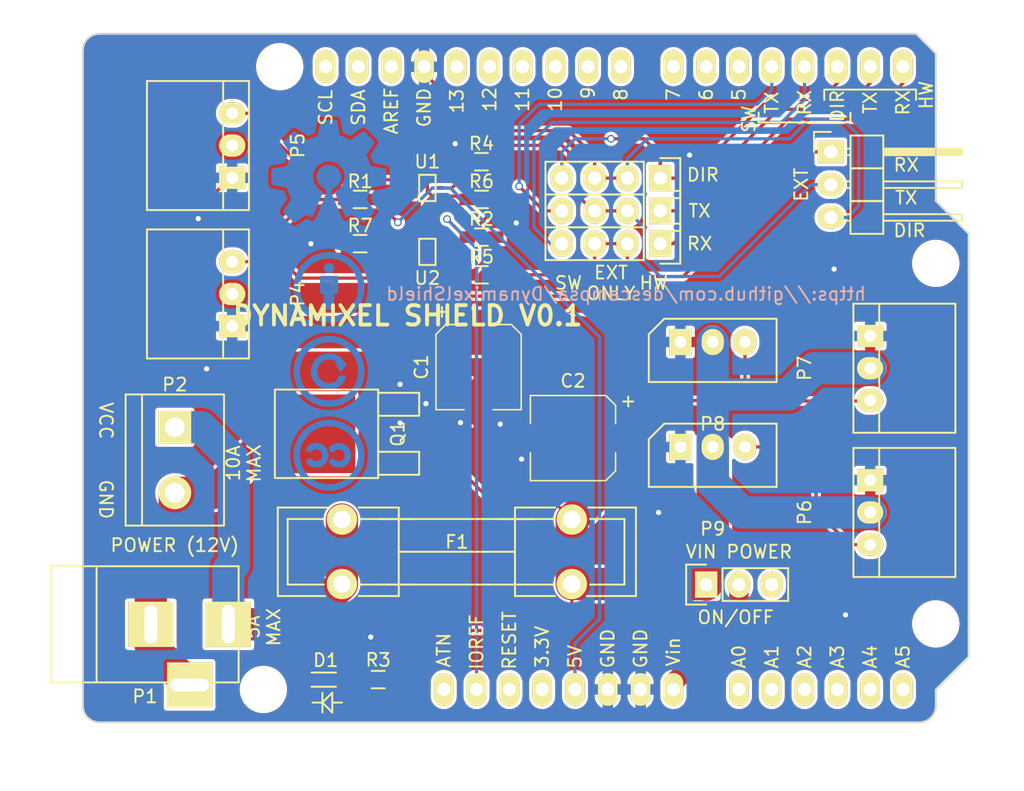
<source format=kicad_pcb>
(kicad_pcb (version 20221018) (generator pcbnew)
  (layers (0 "F.Cu" signal) (31 "B.Cu" signal) (34 "B.Paste" user) (35 "F.Paste" user) (36 "B.SilkS" user "B.Silkscreen") (37 "F.SilkS" user "F.Silkscreen") (38 "B.Mask" user) (39 "F.Mask" user) (44 "Edge.Cuts" user))
  (net 0 "")
  (net 1 "/ARDUINO_DIRECTION_PORT")
  (net 2 "/DIRECTION_PORT")
  (net 3 "/HW_TXD")
  (net 4 "/TXD")
  (net 5 "/SW_TXD")
  (net 6 "/HW_RXD")
  (net 7 "/RXD")
  (net 8 "/SW_RXD")
  (net 9 "+12V")
  (net 10 "/VIN")
  (net 11 "GND")
  (net 12 "/IOREF")
  (net 13 "/DATA")
  (net 14 "+5V")
  (net 15 "+3V3")
  (net 16 "Net-(SHIELD1-PadRST)")
  (net 17 "Net-(SHIELD1-Pad5)")
  (net 18 "Net-(SHIELD1-Pad8)")
  (net 19 "Net-(SHIELD1-Pad9)")
  (net 20 "Net-(SHIELD1-Pad10)")
  (net 21 "Net-(SHIELD1-Pad11)")
  (net 22 "Net-(SHIELD1-Pad12)")
  (net 23 "Net-(SHIELD1-Pad13)")
  (net 24 "Net-(SHIELD1-PadAREF)")
  (net 25 "Net-(JP4-Pad3)")
  (net 26 "Net-(SHIELD1-PadATN)")
  (net 27 "Net-(SHIELD1-PadA1)")
  (net 28 "Net-(SHIELD1-PadA2)")
  (net 29 "Net-(SHIELD1-PadA3)")
  (net 30 "Net-(SHIELD1-PadA4)")
  (net 31 "Net-(SHIELD1-PadA5)")
  (net 32 "Net-(SHIELD1-PadSDA)")
  (net 33 "Net-(SHIELD1-PadSCL)")
  (net 34 "Net-(SHIELD1-Pad7)")
  (net 35 "Net-(SHIELD1-PadA0)")
  (net 36 "Net-(SHIELD1-Pad6)")
  (net 37 "Net-(F1-Pad1)")
  (net 38 "Net-(P1-Pad2)")
  (net 39 "Net-(D1-Pad2)")
  (net 40 "Net-(R2-Pad2)")
  (footprint "Pin_Headers:Pin_Header_Straight_1x04" (layer "F.Cu") (at 104.648 65.024 -90)
    (fp_text reference "JP1" hide)
    (fp_text value "JUMPER4")
  )
  (footprint "Pin_Headers:Pin_Header_Straight_1x04" (layer "F.Cu") (at 104.648 67.564 -90)
    (fp_text reference "JP2" hide)
    (fp_text value "JUMPER4")
  )
  (footprint "Pin_Headers:Pin_Header_Straight_1x04" (layer "F.Cu") (at 104.648 70.104 -90)
    (fp_text reference "JP3" hide)
    (fp_text value "JUMPER4")
  )
  (footprint "Pin_Headers:Pin_Header_Straight_1x03" (layer "F.Cu") (at 108.204 96.52 90)
    (fp_text reference "JP4" hide)
    (fp_text value "JUMPER3")
  )
  (footprint "Connect:bornier2" (layer "F.Cu") (at 67.056 86.868 -90)
    (fp_text reference "P2")
    (fp_text value "CONN_01X02")
  )
  (footprint "Pin_Headers:Pin_Header_Angled_1x03" (layer "F.Cu") (at 117.856 62.992)
    (fp_text reference "P3" hide)
    (fp_text value "CONN_01X03")
  )
  (footprint "molex:Molex_spox_1x3_right" (layer "F.Cu") (at 71.5 74 90)
    (fp_text reference "P4")
    (fp_text value "CONN_01X03")
  )
  (footprint "molex:Molex_spox_1x3_right" (layer "F.Cu") (at 71.5 62.5 90)
    (fp_text reference "P5")
    (fp_text value "CONN_01X03")
  )
  (footprint "molex:Molex_spox_1x3_right" (layer "F.Cu") (at 120.904 90.932 -90)
    (fp_text reference "P6")
    (fp_text value "CONN_01X03")
  )
  (footprint "molex:Molex_spox_1x3_straight" (layer "F.Cu") (at 108.712 77.724)
    (fp_text reference "P8")
    (fp_text value "CONN_01X03")
  )
  (footprint "molex:Molex_spox_1x3_straight" (layer "F.Cu") (at 108.712 85.852)
    (fp_text reference "P9")
    (fp_text value "CONN_01X03")
  )
  (footprint "TO_SOT_Packages_SMD:TO-252-2Lead" (layer "F.Cu") (at 84.328 84.836 90)
    (fp_text reference "Q1")
    (fp_text value "MOSFET_N")
  )
  (footprint "Resistors_SMD:R_0603_HandSoldering" (layer "F.Cu") (at 81.407 66.675 180)
    (fp_text reference "R1")
    (fp_text value "10K")
  )
  (footprint "Resistors_SMD:R_0603_HandSoldering" (layer "F.Cu") (at 90.805 69.596)
    (fp_text reference "R2")
    (fp_text value "10K")
  )
  (footprint "TO_SOT_Packages_SMD:SOT-353" (layer "F.Cu") (at 86.614 65.786 180)
    (fp_text reference "U1")
    (fp_text value "74AHCT1G126" hide)
  )
  (footprint "TO_SOT_Packages_SMD:SOT-353" (layer "F.Cu") (at 86.614 70.739)
    (fp_text reference "U2")
    (fp_text value "74AHC1G125" hide)
  )
  (footprint "Connect:BARREL_JACK" (layer "F.Cu") (at 65 99.6)
    (fp_text reference "P1")
    (fp_text value "BARREL_JACK")
  )
  (footprint "molex:Molex_spox_1x3_right" (layer "F.Cu") (at 120.904 79.756 -90)
    (fp_text reference "P7")
    (fp_text value "CONN_01X03")
  )
  (footprint "fuse:Fuseholder5x20_horiz_lateral" (layer "F.Cu") (at 88.9 93.98)
    (fp_text reference "F1")
    (fp_text value "F_Small")
  )
  (footprint "LEDs:LED_0603" (layer "F.Cu") (at 78.74 103.886)
    (fp_text reference "D1")
    (fp_text value "LED")
  )
  (footprint "Resistors_SMD:R_0603_HandSoldering" (layer "F.Cu") (at 82.804 103.886 180)
    (fp_text reference "R3")
    (fp_text value "10K")
  )
  (footprint "arduino:Arduino_shield_dynamixel" (layer "F.Cu") (at 59.944 107.188)
    (fp_text reference "SHIELD1" hide)
    (fp_text value "ARDUINO_SHIELD")
    (fp_line (start 0 -1.27) (end 0 -52.07) (stroke (width 0.15)) (layer "Edge.Cuts"))
    (fp_line (start 1.27 -53.34) (end 64.516 -53.34) (stroke (width 0.15)) (layer "Edge.Cuts"))
    (fp_line (start 64.77 0) (end 1.27 0) (stroke (width 0.15)) (layer "Edge.Cuts"))
    (fp_line (start 66.04 -51.816) (end 64.516 -53.34) (stroke (width 0.15)) (layer "Edge.Cuts"))
    (fp_line (start 66.04 -40.386) (end 66.04 -51.816) (stroke (width 0.15)) (layer "Edge.Cuts"))
    (fp_line (start 66.04 -2.54) (end 68.58 -5.08) (stroke (width 0.15)) (layer "Edge.Cuts"))
    (fp_line (start 66.04 -1.27) (end 66.04 -2.54) (stroke (width 0.15)) (layer "Edge.Cuts"))
    (fp_line (start 68.58 -37.846) (end 66.04 -40.386) (stroke (width 0.15)) (layer "Edge.Cuts"))
    (fp_line (start 68.58 -5.08) (end 68.58 -37.846) (stroke (width 0.15)) (layer "Edge.Cuts"))
    (fp_arc (start 0 -52.07) (mid 0.371974 -52.968026) (end 1.27 -53.34) (stroke (width 0.15)) (layer "Edge.Cuts"))
    (fp_arc (start 1.27 0) (mid 0.371974 -0.371974) (end 0 -1.27) (stroke (width 0.15)) (layer "Edge.Cuts"))
    (fp_arc (start 66.04 -1.27) (mid 65.668026 -0.371974) (end 64.77 0) (stroke (width 0.15)) (layer "Edge.Cuts"))
  )
  (footprint "Resistors_SMD:R_0603_HandSoldering" (layer "F.Cu") (at 90.805 63.754 180)
    (fp_text reference "R4")
    (fp_text value "10K")
  )
  (footprint "Resistors_SMD:R_0603_HandSoldering" (layer "F.Cu") (at 90.805 72.517)
    (fp_text reference "R5")
    (fp_text value "200")
  )
  (footprint "Resistors_SMD:R_0603_HandSoldering" (layer "F.Cu") (at 90.805 66.675 180)
    (fp_text reference "R6")
    (fp_text value "10K")
  )
  (footprint "Resistors_SMD:R_0603_HandSoldering" (layer "F.Cu") (at 81.407 70.104 180)
    (fp_text reference "R7")
    (fp_text value "10K")
  )
  (footprint "Capacitors_SMD:CP_Elec_6.3x7.7" (layer "F.Cu") (at 90.58 79.67 -90)
    (fp_text reference "C1")
    (fp_text value "220uF")
  )
  (footprint "Capacitors_SMD:CP_Elec_6.3x7.7" (layer "F.Cu") (at 97.89 85.17 180)
    (fp_text reference "C2")
    (fp_text value "220uF")
  )
  (footprint "Symbols:OSHW-Symbol_8.9x8mm_Copper" (layer "B.Cu") (at 79 64.516 180)
    (fp_text reference "REF***" hide)
    (fp_text value "OSHW-Symbol_8.9x8mm_Copper" hide)
  )
  (footprint "CreativeCommon:CreativeCommonCopperSmall" (layer "B.Cu") (at 79 86.5 180)
    (fp_text reference "REF**" hide)
    (fp_text value "CreativeCommonCopper" hide)
  )
  (footprint "CreativeCommon:CreativeCommonAttributionCopperSmall" (layer "B.Cu") (at 79 73.5 180)
    (fp_text reference "REF**" hide)
    (fp_text value "CreativeCommonAttributionCopperSmall" hide)
  )
  (footprint "CreativeCommon:CreativeCommonShareAlikeCopperSmall" (layer "B.Cu") (at 79 80 180)
    (fp_text reference "REF**" hide)
    (fp_text value "CreativeCommonShareAlikeCopperSmall" hide)
  )
  (gr_text "https://github.com/descampsa/DynamixelShield" (at 102 74) (layer "B.SilkS") (effects (font (size 1 1)) (justify mirror)))
  (gr_text "POWER (12V)" (at 67.056 93.472) (layer "F.SilkS") (effects (font (size 1 1))))
  (gr_text "VIN POWER" (at 110.744 93.98) (layer "F.SilkS") (effects (font (size 1 1))))
  (gr_text "10A\nMAX" (at 72.39 87.122 90) (layer "F.SilkS") (effects (font (size 1 1))))
  (gr_text "RX" (at 123.698 64.008) (layer "F.SilkS") (effects (font (size 1 1))))
  (gr_text "ON/OFF" (at 110.49 99.06) (layer "F.SilkS") (effects (font (size 1 1))))
  (gr_text "SW" (at 97.536 73.152) (layer "F.SilkS") (effects (font (size 1 1))))
  (gr_text "GND" (at 61.722 89.916 270) (layer "F.SilkS") (effects (font (size 1 1))))
  (gr_text "5A\nMAX" (at 73.914 99.822 90) (layer "F.SilkS") (effects (font (size 1 1))))
  (gr_text "DIR" (at 123.952 69.088) (layer "F.SilkS") (effects (font (size 1 1))))
  (gr_text "VCC" (at 61.722 83.82 270) (layer "F.SilkS") (effects (font (size 1 1))))
  (gr_text "EXT" (at 115.57 65.532 90) (layer "F.SilkS") (effects (font (size 1 1))))
  (gr_text "TX" (at 107.696 67.564) (layer "F.SilkS") (effects (font (size 1 1))))
  (gr_text "TX" (at 123.698 66.548) (layer "F.SilkS") (effects (font (size 1 1))))
  (gr_text "DIR" (at 107.95 64.77) (layer "F.SilkS") (effects (font (size 1 1))))
  (gr_text "DYNAMIXEL SHIELD V0.1" (at 85.09 75.692) (layer "F.SilkS") (effects (font (size 1.5 1.5) (thickness 0.3))))
  (gr_text "EXT\nONLY" (at 100.838 73.152) (layer "F.SilkS") (effects (font (size 1 1))))
  (gr_text "HW" (at 104.14 73.152) (layer "F.SilkS") (effects (font (size 1 1))))
  (gr_text "RX" (at 107.696 70.104) (layer "F.SilkS") (effects (font (size 1 1))))
  (segment (start 100.838 61.976) (end 103.378 61.976) (width 0.25) (layer "F.Cu") (net 1))
  (segment (start 103.378 61.976) (end 104.648 63.246) (width 0.25) (layer "F.Cu") (net 1))
  (segment (start 104.648 63.246) (end 104.648 65.024) (width 0.25) (layer "F.Cu") (net 1))
  (segment (start 104.648 63.246) (end 104.648 65.024) (width 0.25) (layer "F.Cu") (net 1))
  (segment (start 118.364 57.658) (end 117.094 58.928) (width 0.25) (layer "F.Cu") (net 1))
  (segment (start 117.094 58.928) (end 113.03 58.928) (width 0.25) (layer "F.Cu") (net 1))
  (segment (start 113.03 58.928) (end 106.934 65.024) (width 0.25) (layer "F.Cu") (net 1))
  (segment (start 106.934 65.024) (end 104.648 65.024) (width 0.25) (layer "F.Cu") (net 1))
  (segment (start 118.364 56.388) (end 118.364 57.658) (width 0.25) (layer "F.Cu") (net 1))
  (via (at 100.838 61.976) (size 0.6) (drill 0.4) (layers "F.Cu" "B.Cu") (net 1))
  (segment (start 97.028 62.992) (end 98.044 61.976) (width 0.25) (layer "B.Cu") (net 1))
  (segment (start 98.044 61.976) (end 100.838 61.976) (width 0.25) (layer "B.Cu") (net 1))
  (segment (start 97.028 65.024) (end 97.028 62.992) (width 0.25) (layer "B.Cu") (net 1))
  (segment (start 86.995 66.421) (end 86.487 66.929) (width 0.25) (layer "F.Cu") (net 2))
  (segment (start 86.487 66.929) (end 86.487 69.723) (width 0.25) (layer "F.Cu") (net 2))
  (segment (start 86.487 69.723) (end 86.106 70.104) (width 0.25) (layer "F.Cu") (net 2))
  (segment (start 86.106 70.104) (end 85.979 70.104) (width 0.25) (layer "F.Cu") (net 2))
  (segment (start 85.979 70.104) (end 85.598 70.104) (width 0.25) (layer "F.Cu") (net 2))
  (segment (start 99.568 63.373) (end 97.536 61.341) (width 0.25) (layer "F.Cu") (net 2))
  (segment (start 97.536 61.341) (end 88.392 61.341) (width 0.25) (layer "F.Cu") (net 2))
  (segment (start 88.392 61.341) (end 86.614 63.119) (width 0.25) (layer "F.Cu") (net 2))
  (segment (start 86.614 63.119) (end 86.614 66.04) (width 0.25) (layer "F.Cu") (net 2))
  (segment (start 86.614 66.04) (end 86.995 66.421) (width 0.25) (layer "F.Cu") (net 2))
  (segment (start 86.995 66.421) (end 87.63 66.421) (width 0.25) (layer "F.Cu") (net 2))
  (segment (start 89.154 66.675) (end 88.9 66.421) (width 0.25) (layer "F.Cu") (net 2))
  (segment (start 88.9 66.421) (end 87.63 66.421) (width 0.25) (layer "F.Cu") (net 2))
  (segment (start 89.705 66.675) (end 89.154 66.675) (width 0.25) (layer "F.Cu") (net 2))
  (segment (start 99.568 65.024) (end 102.108 65.024) (width 0.25) (layer "F.Cu") (net 2))
  (segment (start 87.63 66.421) (end 86.995 66.421) (width 0.25) (layer "F.Cu") (net 2))
  (segment (start 85.598 70.104) (end 82.507 70.104) (width 0.25) (layer "F.Cu") (net 2))
  (segment (start 99.568 65.024) (end 99.568 63.373) (width 0.25) (layer "F.Cu") (net 2))
  (segment (start 119.126 68.072) (end 120.015 67.183) (width 0.25) (layer "B.Cu") (net 2))
  (segment (start 120.015 67.183) (end 120.015 61.722) (width 0.25) (layer "B.Cu") (net 2))
  (segment (start 120.015 61.722) (end 118.745 60.452) (width 0.25) (layer "B.Cu") (net 2))
  (segment (start 118.745 60.452) (end 116.205 60.452) (width 0.25) (layer "B.Cu") (net 2))
  (segment (start 116.205 60.452) (end 114.681 61.976) (width 0.25) (layer "B.Cu") (net 2))
  (segment (start 114.681 61.976) (end 103.632 61.976) (width 0.25) (layer "B.Cu") (net 2))
  (segment (start 103.632 61.976) (end 102.108 63.5) (width 0.25) (layer "B.Cu") (net 2))
  (segment (start 102.108 63.5) (end 102.108 65.024) (width 0.25) (layer "B.Cu") (net 2))
  (segment (start 117.856 68.072) (end 119.126 68.072) (width 0.25) (layer "B.Cu") (net 2))
  (segment (start 102.108 65.024) (end 102.108 64.516) (width 0.25) (layer "B.Cu") (net 2))
  (segment (start 120.904 57.658) (end 118.872 59.69) (width 0.25) (layer "F.Cu") (net 3))
  (segment (start 118.872 59.69) (end 113.792 59.69) (width 0.25) (layer "F.Cu") (net 3))
  (segment (start 113.792 59.69) (end 105.918 67.564) (width 0.25) (layer "F.Cu") (net 3))
  (segment (start 105.918 67.564) (end 104.648 67.564) (width 0.25) (layer "F.Cu") (net 3))
  (segment (start 120.904 56.388) (end 120.904 57.658) (width 0.25) (layer "F.Cu") (net 3))
  (segment (start 88.519 65.786) (end 89.705 64.6) (width 0.25) (layer "F.Cu") (net 4))
  (segment (start 89.705 64.6) (end 89.705 63.754) (width 0.25) (layer "F.Cu") (net 4))
  (segment (start 99.441 67.564) (end 98.298 66.421) (width 0.25) (layer "F.Cu") (net 4))
  (segment (start 98.298 66.421) (end 98.298 63.754) (width 0.25) (layer "F.Cu") (net 4))
  (segment (start 98.298 63.754) (end 97.028 62.484) (width 0.25) (layer "F.Cu") (net 4))
  (segment (start 97.028 62.484) (end 90.297 62.484) (width 0.25) (layer "F.Cu") (net 4))
  (segment (start 90.297 62.484) (end 89.705 63.076) (width 0.25) (layer "F.Cu") (net 4))
  (segment (start 89.705 63.076) (end 89.705 63.754) (width 0.25) (layer "F.Cu") (net 4))
  (segment (start 99.568 67.564) (end 102.108 67.564) (width 0.25) (layer "F.Cu") (net 4))
  (segment (start 99.568 67.564) (end 99.441 67.564) (width 0.25) (layer "F.Cu") (net 4))
  (segment (start 87.63 65.786) (end 88.519 65.786) (width 0.25) (layer "F.Cu") (net 4))
  (segment (start 116.332 65.532) (end 109.22 72.644) (width 0.25) (layer "B.Cu") (net 4))
  (segment (start 109.22 72.644) (end 104.648 72.644) (width 0.25) (layer "B.Cu") (net 4))
  (segment (start 104.648 72.644) (end 103.378 71.374) (width 0.25) (layer "B.Cu") (net 4))
  (segment (start 103.378 71.374) (end 103.378 68.834) (width 0.25) (layer "B.Cu") (net 4))
  (segment (start 103.378 68.834) (end 102.108 67.564) (width 0.25) (layer "B.Cu") (net 4))
  (segment (start 117.856 65.532) (end 116.332 65.532) (width 0.25) (layer "B.Cu") (net 4))
  (segment (start 102.108 67.564) (end 102.108 67.818) (width 0.25) (layer "B.Cu") (net 4))
  (segment (start 95.631 67.564) (end 93.726 65.659) (width 0.25) (layer "F.Cu") (net 5))
  (segment (start 97.028 67.564) (end 95.631 67.564) (width 0.25) (layer "F.Cu") (net 5))
  (via (at 93.726 65.659) (size 0.6) (drill 0.4) (layers "F.Cu" "B.Cu") (net 5))
  (segment (start 93.726 65.659) (end 93.726 60.833) (width 0.25) (layer "B.Cu") (net 5))
  (segment (start 93.726 60.833) (end 95.25 59.309) (width 0.25) (layer "B.Cu") (net 5))
  (segment (start 95.25 59.309) (end 112.141 59.309) (width 0.25) (layer "B.Cu") (net 5))
  (segment (start 112.141 59.309) (end 113.284 58.166) (width 0.25) (layer "B.Cu") (net 5))
  (segment (start 113.284 58.166) (end 113.284 56.388) (width 0.25) (layer "B.Cu") (net 5))
  (segment (start 123.444 57.658) (end 120.65 60.452) (width 0.25) (layer "F.Cu") (net 6))
  (segment (start 120.65 60.452) (end 114.554 60.452) (width 0.25) (layer "F.Cu") (net 6))
  (segment (start 114.554 60.452) (end 106.426 68.58) (width 0.25) (layer "F.Cu") (net 6))
  (segment (start 106.426 68.58) (end 106.426 69.342) (width 0.25) (layer "F.Cu") (net 6))
  (segment (start 106.426 69.342) (end 105.664 70.104) (width 0.25) (layer "F.Cu") (net 6))
  (segment (start 105.664 70.104) (end 104.648 70.104) (width 0.25) (layer "F.Cu") (net 6))
  (segment (start 123.444 56.388) (end 123.444 57.658) (width 0.25) (layer "F.Cu") (net 6))
  (segment (start 116.078 62.992) (end 106.426 72.644) (width 0.25) (layer "F.Cu") (net 7))
  (segment (start 106.426 72.644) (end 103.378 72.644) (width 0.25) (layer "F.Cu") (net 7))
  (segment (start 103.378 72.644) (end 102.108 71.374) (width 0.25) (layer "F.Cu") (net 7))
  (segment (start 102.108 71.374) (end 102.108 70.104) (width 0.25) (layer "F.Cu") (net 7))
  (segment (start 98.552 72.517) (end 99.568 71.501) (width 0.25) (layer "F.Cu") (net 7))
  (segment (start 99.568 71.501) (end 99.568 70.104) (width 0.25) (layer "F.Cu") (net 7))
  (segment (start 99.568 70.104) (end 102.108 70.104) (width 0.25) (layer "F.Cu") (net 7))
  (segment (start 91.905 72.517) (end 98.552 72.517) (width 0.25) (layer "F.Cu") (net 7))
  (segment (start 117.856 62.992) (end 116.078 62.992) (width 0.25) (layer "F.Cu") (net 7))
  (segment (start 102.108 70.104) (end 102.108 71.12) (width 0.25) (layer "F.Cu") (net 7))
  (segment (start 96.139 70.104) (end 94.869 68.834) (width 0.25) (layer "B.Cu") (net 8))
  (segment (start 94.869 68.834) (end 94.869 62.103) (width 0.25) (layer "B.Cu") (net 8))
  (segment (start 94.869 62.103) (end 96.266 60.706) (width 0.25) (layer "B.Cu") (net 8))
  (segment (start 96.266 60.706) (end 114.046 60.706) (width 0.25) (layer "B.Cu") (net 8))
  (segment (start 114.046 60.706) (end 115.824 58.928) (width 0.25) (layer "B.Cu") (net 8))
  (segment (start 115.824 58.928) (end 115.824 56.388) (width 0.25) (layer "B.Cu") (net 8))
  (segment (start 97.028 70.104) (end 96.139 70.104) (width 0.25) (layer "B.Cu") (net 8))
  (segment (start 108.204 92.71) (end 108.712 92.202) (width 2.5) (layer "F.Cu") (net 9))
  (segment (start 108.712 92.202) (end 108.712 85.852) (width 2.5) (layer "F.Cu") (net 9))
  (segment (start 108.164 96.48) (end 108.204 96.52) (width 2.5) (layer "F.Cu") (net 9))
  (segment (start 83.904 102.532) (end 86.36 100.076) (width 0.25) (layer "F.Cu") (net 9))
  (segment (start 86.36 100.076) (end 96.012 100.076) (width 0.25) (layer "F.Cu") (net 9))
  (segment (start 96.012 100.076) (end 97.8 98.288) (width 0.25) (layer "F.Cu") (net 9))
  (segment (start 97.8 98.288) (end 97.8 96.48) (width 0.25) (layer "F.Cu") (net 9))
  (segment (start 76.451602 76.962) (end 73.489602 74) (width 2.5) (layer "F.Cu") (net 9))
  (segment (start 90.98 89.47) (end 95.79 89.47) (width 0.25) (layer "F.Cu") (net 9))
  (segment (start 93.06 76.962) (end 76.451602 76.962) (width 2.5) (layer "F.Cu") (net 9))
  (segment (start 90.58 76.97) (end 93.052 76.97) (width 0.25) (layer "F.Cu") (net 9))
  (segment (start 67.984 62.5) (end 71.5 62.5) (width 2.5) (layer "F.Cu") (net 9))
  (segment (start 97.8 96.48) (end 108.164 96.48) (width 2.5) (layer "F.Cu") (net 9))
  (segment (start 68 74) (end 66 72) (width 2.5) (layer "F.Cu") (net 9))
  (segment (start 98.462 76.962) (end 93.06 76.962) (width 2.5) (layer "F.Cu") (net 9))
  (segment (start 108.204 96.52) (end 108.204 92.71) (width 2.5) (layer "F.Cu") (net 9))
  (segment (start 66 72) (end 66 64.484) (width 2.5) (layer "F.Cu") (net 9))
  (segment (start 88.632 87.122) (end 90.98 89.47) (width 0.25) (layer "F.Cu") (net 9))
  (segment (start 83.904 103.886) (end 83.904 102.532) (width 0.25) (layer "F.Cu") (net 9))
  (segment (start 100.59 82.26) (end 100.59 79.09) (width 2.5) (layer "F.Cu") (net 9))
  (segment (start 66 64.484) (end 67.984 62.5) (width 2.5) (layer "F.Cu") (net 9))
  (segment (start 95.79 89.47) (end 97.8 91.48) (width 0.25) (layer "F.Cu") (net 9))
  (segment (start 97.8 91.48) (end 100.59 88.69) (width 2.5) (layer "F.Cu") (net 9))
  (segment (start 100.59 88.69) (end 100.59 82.26) (width 2.5) (layer "F.Cu") (net 9))
  (segment (start 100.59 85.17) (end 100.59 82.26) (width 0.25) (layer "F.Cu") (net 9))
  (segment (start 97.8 91.48) (end 97.8 96.48) (width 2.5) (layer "F.Cu") (net 9))
  (segment (start 73.489602 74) (end 71.5 74) (width 2.5) (layer "F.Cu") (net 9))
  (segment (start 71.5 74) (end 68 74) (width 2.5) (layer "F.Cu") (net 9))
  (segment (start 100.59 79.09) (end 98.462 76.962) (width 2.5) (layer "F.Cu") (net 9))
  (segment (start 84.328 87.122) (end 88.632 87.122) (width 0.25) (layer "F.Cu") (net 9))
  (segment (start 93.052 76.97) (end 93.06 76.962) (width 0.25) (layer "F.Cu") (net 9))
  (segment (start 108.712 88.646) (end 110.998 90.932) (width 2.5) (layer "B.Cu") (net 9))
  (segment (start 110.998 90.932) (end 120.904 90.932) (width 2.5) (layer "B.Cu") (net 9))
  (segment (start 116.586 79.756) (end 114.554 81.788) (width 2.5) (layer "B.Cu") (net 9))
  (segment (start 114.554 81.788) (end 108.712 81.788) (width 2.5) (layer "B.Cu") (net 9))
  (segment (start 108.712 81.788) (end 108.712 77.724) (width 2.5) (layer "B.Cu") (net 9))
  (segment (start 108.712 85.852) (end 108.712 81.788) (width 2.5) (layer "B.Cu") (net 9))
  (segment (start 120.904 79.756) (end 116.586 79.756) (width 2.5) (layer "B.Cu") (net 9))
  (segment (start 108.712 85.852) (end 108.712 88.646) (width 2.5) (layer "B.Cu") (net 9))
  (segment (start 110.744 99.06) (end 105.664 104.14) (width 1.5) (layer "F.Cu") (net 10))
  (segment (start 105.664 104.14) (end 105.664 104.648) (width 1.5) (layer "F.Cu") (net 10))
  (segment (start 110.744 96.52) (end 110.744 99.06) (width 1.5) (layer "F.Cu") (net 10))
  (segment (start 87.63 63.5) (end 88.773 62.357) (width 0.25) (layer "F.Cu") (net 11))
  (segment (start 120.904 74.8665) (end 118.11 72.0725) (width 0.25) (layer "F.Cu") (net 11))
  (segment (start 77.64 102.954) (end 80.01 100.584) (width 0.25) (layer "F.Cu") (net 11))
  (segment (start 80.01 100.584) (end 82.2325 100.584) (width 0.25) (layer "F.Cu") (net 11))
  (segment (start 80.307 70.104) (end 77.597 70.104) (width 0.25) (layer "F.Cu") (net 11))
  (segment (start 88.604 59.14) (end 102.82 59.14) (width 0.25) (layer "F.Cu") (net 11))
  (segment (start 71.5 65) (end 71.3476 65) (width 0.25) (layer "F.Cu") (net 11))
  (segment (start 77.64 103.886) (end 77.64 102.954) (width 0.25) (layer "F.Cu") (net 11))
  (segment (start 90.58 82.37) (end 91.63 82.37) (width 0.25) (layer "F.Cu") (net 11))
  (segment (start 90.58 82.37) (end 89.53 82.37) (width 0.25) (layer "F.Cu") (net 11))
  (segment (start 87.63 65.151) (end 87.63 63.5) (width 0.25) (layer "F.Cu") (net 11))
  (segment (start 71.3476 65) (end 68.87 67.4776) (width 0.25) (layer "F.Cu") (net 11))
  (segment (start 68.87 67.4776) (end 68.87 68.16) (width 0.25) (layer "F.Cu") (net 11))
  (segment (start 91.63 82.37) (end 92.26 83) (width 0.25) (layer "F.Cu") (net 11))
  (segment (start 84.328 81.172) (end 84.5 81) (width 0.25) (layer "F.Cu") (net 11))
  (segment (start 94.61 86.8) (end 93.91 86.8) (width 0.25) (layer "F.Cu") (net 11))
  (segment (start 102.82 59.14) (end 106.92 63.24) (width 0.25) (layer "F.Cu") (net 11))
  (segment (start 89.53 82.37) (end 89.18 82.72) (width 0.25) (layer "F.Cu") (net 11))
  (segment (start 89.18 82.72) (end 89.18 83.97) (width 0.25) (layer "F.Cu") (net 11))
  (segment (start 86.36 56.388) (end 86.36 56.896) (width 0.25) (layer "F.Cu") (net 11))
  (segment (start 120.904 77.256) (end 120.904 74.8665) (width 0.25) (layer "F.Cu") (net 11))
  (segment (start 84.328 82.55) (end 84.328 83.828) (width 0.25) (layer "F.Cu") (net 11))
  (segment (start 71.5 77.82) (end 69.52 79.8) (width 0.25) (layer "F.Cu") (net 11))
  (segment (start 95.19 86.22) (end 94.61 86.8) (width 0.25) (layer "F.Cu") (net 11))
  (segment (start 86.36 56.896) (end 88.604 59.14) (width 0.25) (layer "F.Cu") (net 11))
  (segment (start 92.26 83) (end 92.26 84.09) (width 0.25) (layer "F.Cu") (net 11))
  (segment (start 84.328 82.55) (end 84.328 81.172) (width 0.25) (layer "F.Cu") (net 11))
  (segment (start 84.328 83.828) (end 84.5 84) (width 0.25) (layer "F.Cu") (net 11))
  (segment (start 71.5 76.5) (end 71.5 77.82) (width 0.25) (layer "F.Cu") (net 11))
  (segment (start 86.45 82.55) (end 86.5 82.5) (width 0.25) (layer "F.Cu") (net 11))
  (segment (start 84.328 82.55) (end 86.45 82.55) (width 0.25) (layer "F.Cu") (net 11))
  (segment (start 95.19 85.17) (end 95.19 86.22) (width 0.25) (layer "F.Cu") (net 11))
  (via (at 82.2325 100.584) (size 0.6) (drill 0.4) (layers "F.Cu" "B.Cu") (net 11))
  (via (at 86.5 82.5) (size 0.6) (drill 0.4) (layers "F.Cu" "B.Cu") (net 11))
  (via (at 93.91 86.8) (size 0.6) (drill 0.4) (layers "F.Cu" "B.Cu") (net 11))
  (via (at 69.52 79.8) (size 0.6) (drill 0.4) (layers "F.Cu" "B.Cu") (net 11))
  (via (at 106.92 63.24) (size 0.6) (drill 0.4) (layers "F.Cu" "B.Cu") (net 11))
  (via (at 92.26 84.09) (size 0.6) (drill 0.4) (layers "F.Cu" "B.Cu") (net 11))
  (via (at 77.597 70.104) (size 0.6) (drill 0.4) (layers "F.Cu" "B.Cu") (net 11))
  (via (at 118.11 72.0725) (size 0.6) (drill 0.4) (layers "F.Cu" "B.Cu") (net 11))
  (via (at 118.999 98.8695) (size 0.6) (drill 0.4) (layers "F.Cu" "B.Cu") (net 11))
  (via (at 84.5 81) (size 0.6) (drill 0.4) (layers "F.Cu" "B.Cu") (net 11))
  (via (at 84.5 84) (size 0.6) (drill 0.4) (layers "F.Cu" "B.Cu") (net 11))
  (via (at 88.773 62.357) (size 0.6) (drill 0.4) (layers "F.Cu" "B.Cu") (net 11))
  (via (at 89.18 83.97) (size 0.6) (drill 0.4) (layers "F.Cu" "B.Cu") (net 11))
  (via (at 104.521 90.932) (size 0.6) (drill 0.4) (layers "F.Cu" "B.Cu") (net 11))
  (via (at 93.5 68.5) (size 0.6) (drill 0.4) (layers "F.Cu" "B.Cu") (net 11))
  (via (at 68.87 68.16) (size 0.6) (drill 0.4) (layers "F.Cu" "B.Cu") (net 11))
  (segment (start 106.212 89.241) (end 104.521 90.932) (width 0.25) (layer "B.Cu") (net 11))
  (segment (start 121.1345 88.432) (end 121.158 88.4555) (width 0.25) (layer "B.Cu") (net 11))
  (segment (start 121.158 88.4555) (end 124.333 88.4555) (width 0.25) (layer "B.Cu") (net 11))
  (segment (start 124.333 88.4555) (end 124.6505 88.773) (width 0.25) (layer "B.Cu") (net 11))
  (segment (start 124.6505 88.773) (end 124.6505 93.218) (width 0.25) (layer "B.Cu") (net 11))
  (segment (start 124.6505 93.218) (end 118.999 98.8695) (width 0.25) (layer "B.Cu") (net 11))
  (segment (start 120.904 88.432) (end 121.1345 88.432) (width 0.25) (layer "B.Cu") (net 11))
  (segment (start 106.212 85.852) (end 106.212 89.241) (width 0.25) (layer "B.Cu") (net 11))
  (segment (start 86.36 56.388) (end 86.36 59.944) (width 0.25) (layer "B.Cu") (net 11))
  (segment (start 86.36 59.944) (end 93.5 67.084) (width 0.25) (layer "B.Cu") (net 11))
  (segment (start 93.5 67.084) (end 93.5 68.5) (width 0.25) (layer "B.Cu") (net 11))
  (segment (start 89.197 70.104) (end 89.705 69.596) (width 0.25) (layer "F.Cu") (net 12))
  (segment (start 89.705 69.553) (end 91.905 67.353) (width 0.25) (layer "F.Cu") (net 12))
  (segment (start 91.905 67.353) (end 91.905 66.675) (width 0.25) (layer "F.Cu") (net 12))
  (segment (start 88.138 68.199) (end 89.535 69.596) (width 0.25) (layer "F.Cu") (net 12))
  (segment (start 89.535 69.596) (end 89.705 69.596) (width 0.25) (layer "F.Cu") (net 12))
  (segment (start 87.63 70.104) (end 89.197 70.104) (width 0.25) (layer "F.Cu") (net 12))
  (segment (start 91.905 63.754) (end 91.905 66.675) (width 0.25) (layer "F.Cu") (net 12))
  (segment (start 89.705 69.596) (end 89.705 69.553) (width 0.25) (layer "F.Cu") (net 12))
  (via (at 88.138 68.199) (size 0.6) (drill 0.4) (layers "F.Cu" "B.Cu") (net 12))
  (segment (start 90.424 70.485) (end 88.138 68.199) (width 0.25) (layer "B.Cu") (net 12))
  (segment (start 90.424 104.648) (end 90.424 70.485) (width 0.25) (layer "B.Cu") (net 12))
  (segment (start 111.212 82.256) (end 111.212 77.724) (width 0.25) (layer "F.Cu") (net 13))
  (segment (start 120.864 82.296) (end 120.904 82.256) (width 0.25) (layer "F.Cu") (net 13))
  (segment (start 119.34 93.432) (end 116.713 90.805) (width 0.25) (layer "F.Cu") (net 13))
  (segment (start 116.713 90.805) (end 116.713 85.852) (width 0.25) (layer "F.Cu") (net 13))
  (segment (start 116.713 82.296) (end 120.864 82.296) (width 0.25) (layer "F.Cu") (net 13))
  (segment (start 116.713 85.852) (end 116.713 82.296) (width 0.25) (layer "F.Cu") (net 13))
  (segment (start 80.899 65.151) (end 80.307 65.743) (width 0.25) (layer "F.Cu") (net 13))
  (segment (start 80.307 65.743) (end 80.307 66.675) (width 0.25) (layer "F.Cu") (net 13))
  (segment (start 84.709 70.739) (end 82.677 72.771) (width 0.25) (layer "F.Cu") (net 13))
  (segment (start 82.677 72.771) (end 76.708 72.771) (width 0.25) (layer "F.Cu") (net 13))
  (segment (start 76.708 72.771) (end 75.437 71.5) (width 0.25) (layer "F.Cu") (net 13))
  (segment (start 85.598 70.739) (end 84.709 70.739) (width 0.25) (layer "F.Cu") (net 13))
  (segment (start 111.212 82.296) (end 116.713 82.296) (width 0.25) (layer "F.Cu") (net 13))
  (segment (start 103.756 82.256) (end 103 81.5) (width 0.25) (layer "F.Cu") (net 13))
  (segment (start 101.668 74.168) (end 103 75.5) (width 0.25) (layer "F.Cu") (net 13))
  (segment (start 80.307 66.675) (end 77.343 66.675) (width 0.25) (layer "F.Cu") (net 13))
  (segment (start 85.598 70.739) (end 85.979 70.739) (width 0.25) (layer "F.Cu") (net 13))
  (segment (start 75.437 71.5) (end 75.437 68.581) (width 0.25) (layer "F.Cu") (net 13))
  (segment (start 103 75.5) (end 103 81.5) (width 0.25) (layer "F.Cu") (net 13))
  (segment (start 75.437 71.5) (end 71.5 71.5) (width 0.25) (layer "F.Cu") (net 13))
  (segment (start 86.614 72.898) (end 87.884 74.168) (width 0.25) (layer "F.Cu") (net 13))
  (segment (start 120.904 93.432) (end 119.34 93.432) (width 0.25) (layer "F.Cu") (net 13))
  (segment (start 75.437 68.581) (end 77.343 66.675) (width 0.25) (layer "F.Cu") (net 13))
  (segment (start 87.884 74.168) (end 101.668 74.168) (width 0.25) (layer "F.Cu") (net 13))
  (segment (start 85.979 70.739) (end 86.614 71.374) (width 0.25) (layer "F.Cu") (net 13))
  (segment (start 111.212 82.256) (end 111.212 82.296) (width 0.25) (layer "F.Cu") (net 13))
  (segment (start 86.614 71.374) (end 86.614 72.898) (width 0.25) (layer "F.Cu") (net 13))
  (segment (start 71.5 60) (end 72.766 60) (width 0.25) (layer "F.Cu") (net 13))
  (segment (start 85.598 65.151) (end 80.899 65.151) (width 0.25) (layer "F.Cu") (net 13))
  (segment (start 72.766 60) (end 77.343 64.577) (width 0.25) (layer "F.Cu") (net 13))
  (segment (start 111.212 85.852) (end 116.713 85.852) (width 0.25) (layer "F.Cu") (net 13))
  (segment (start 111.212 82.256) (end 103.756 82.256) (width 0.25) (layer "F.Cu") (net 13))
  (segment (start 77.343 64.577) (end 77.343 66.675) (width 0.25) (layer "F.Cu") (net 13))
  (segment (start 84.455 66.675) (end 84.709 66.421) (width 0.25) (layer "F.Cu") (net 14))
  (segment (start 84.709 66.421) (end 85.598 66.421) (width 0.25) (layer "F.Cu") (net 14))
  (segment (start 84.328 68.453) (end 82.55 66.675) (width 0.25) (layer "F.Cu") (net 14))
  (segment (start 82.55 66.675) (end 82.507 66.675) (width 0.25) (layer "F.Cu") (net 14))
  (segment (start 82.507 66.675) (end 84.455 66.675) (width 0.25) (layer "F.Cu") (net 14))
  (via (at 84.328 68.453) (size 0.6) (drill 0.4) (layers "F.Cu" "B.Cu") (net 14))
  (segment (start 98.044 101.092) (end 99.949 99.187) (width 0.25) (layer "B.Cu") (net 14))
  (segment (start 99.949 99.187) (end 99.949 77.343) (width 0.25) (layer "B.Cu") (net 14))
  (segment (start 99.949 77.343) (end 88.392 65.786) (width 0.25) (layer "B.Cu") (net 14))
  (segment (start 88.392 65.786) (end 86.995 65.786) (width 0.25) (layer "B.Cu") (net 14))
  (segment (start 86.995 65.786) (end 84.328 68.453) (width 0.25) (layer "B.Cu") (net 14))
  (segment (start 98.044 104.648) (end 98.044 101.092) (width 0.25) (layer "B.Cu") (net 14))
  (segment (start 98.044 104.648) (end 98.044 103.505) (width 0.25) (layer "B.Cu") (net 14))
  (segment (start 80 96.48) (end 80 91.48) (width 2.5) (layer "F.Cu") (net 37))
  (segment (start 76.88 99.6) (end 71.20014 99.6) (width 2.5) (layer "F.Cu") (net 37))
  (segment (start 80 96.48) (end 76.88 99.6) (width 2.5) (layer "F.Cu") (net 37))
  (segment (start 71.628 94.996) (end 71.628 86.868) (width 2.5) (layer "B.Cu") (net 37))
  (segment (start 71.628 86.868) (end 69.088 84.328) (width 2.5) (layer "B.Cu") (net 37))
  (segment (start 69.088 84.328) (end 67.056 84.328) (width 2.5) (layer "B.Cu") (net 37))
  (segment (start 71.20014 99.6) (end 71.20014 95.34994) (width 2.5) (layer "B.Cu") (net 37))
  (segment (start 71.55408 94.996) (end 71.628 94.996) (width 2.5) (layer "B.Cu") (net 37))
  (segment (start 71.20014 95.34994) (end 71.55408 94.996) (width 2.5) (layer "B.Cu") (net 37))
  (segment (start 67.056 93.472) (end 67.056 89.408) (width 2.5) (layer "F.Cu") (net 38))
  (segment (start 70.104 89.408) (end 74.676 84.836) (width 2.5) (layer "F.Cu") (net 38))
  (segment (start 74.676 84.836) (end 77.978 84.836) (width 2.5) (layer "F.Cu") (net 38))
  (segment (start 67.056 89.408) (end 70.104 89.408) (width 2.5) (layer "F.Cu") (net 38))
  (segment (start 65.20066 95.32734) (end 65.20066 99.6) (width 2.5) (layer "F.Cu") (net 38))
  (segment (start 65.20066 101.29926) (end 68.2004 104.299) (width 2.5) (layer "F.Cu") (net 38))
  (segment (start 67.056 93.472) (end 65.20066 95.32734) (width 2.5) (layer "F.Cu") (net 38))
  (segment (start 65.20066 99.6) (end 65.20066 101.29926) (width 2.5) (layer "F.Cu") (net 38))
  (segment (start 79.84 103.886) (end 81.704 103.886) (width 0.25) (layer "F.Cu") (net 39))
  (segment (start 89.705 72.179) (end 88.9 71.374) (width 0.25) (layer "F.Cu") (net 40))
  (segment (start 88.9 71.374) (end 87.63 71.374) (width 0.25) (layer "F.Cu") (net 40))
  (segment (start 89.916 72.517) (end 91.905 70.528) (width 0.25) (layer "F.Cu") (net 40))
  (segment (start 91.905 70.528) (end 91.905 69.596) (width 0.25) (layer "F.Cu") (net 40))
  (segment (start 89.705 72.517) (end 89.916 72.517) (width 0.25) (layer "F.Cu") (net 40))
  (segment (start 89.705 72.517) (end 89.705 72.179) (width 0.25) (layer "F.Cu") (net 40))
  (zone (net 11) (net_name "GND") (layer "F.Cu") (connect_pads (clearance 0.254)) (min_thickness 0.254) (fill yes (thermal_gap 0.254) (thermal_bridge_width 0.8))
    (polygon (pts (xy 132.842 112.522) (xy 58.674 112.522) (xy 58.674 53.34) (xy 132.842 53.34)))
  )
  (zone (net 11) (net_name "GND") (layer "B.Cu") (connect_pads (clearance 0.254)) (min_thickness 0.254) (fill yes (thermal_gap 0.254) (thermal_bridge_width 0.8))
    (polygon (pts (xy 132.842 112.522) (xy 58.674 112.522) (xy 58.674 53.34) (xy 132.842 53.34)))
  )
)
</source>
